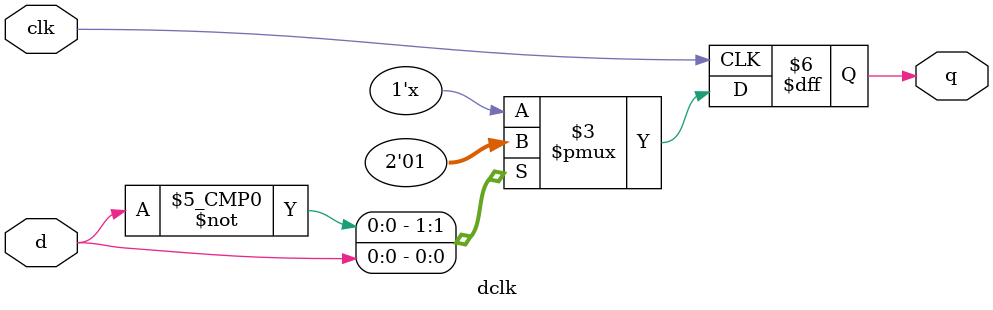
<source format=v>
`timescale 1ns / 1ps
module dclk(
    input d,
    input clk,
    output reg q
    );

always @(posedge clk) begin
if (clk==0) q<=q;
else begin
case(d)
   1'b0:q<=1'b0;
   1'b1:q<=1'b1;
	endcase
	end
end
endmodule

</source>
